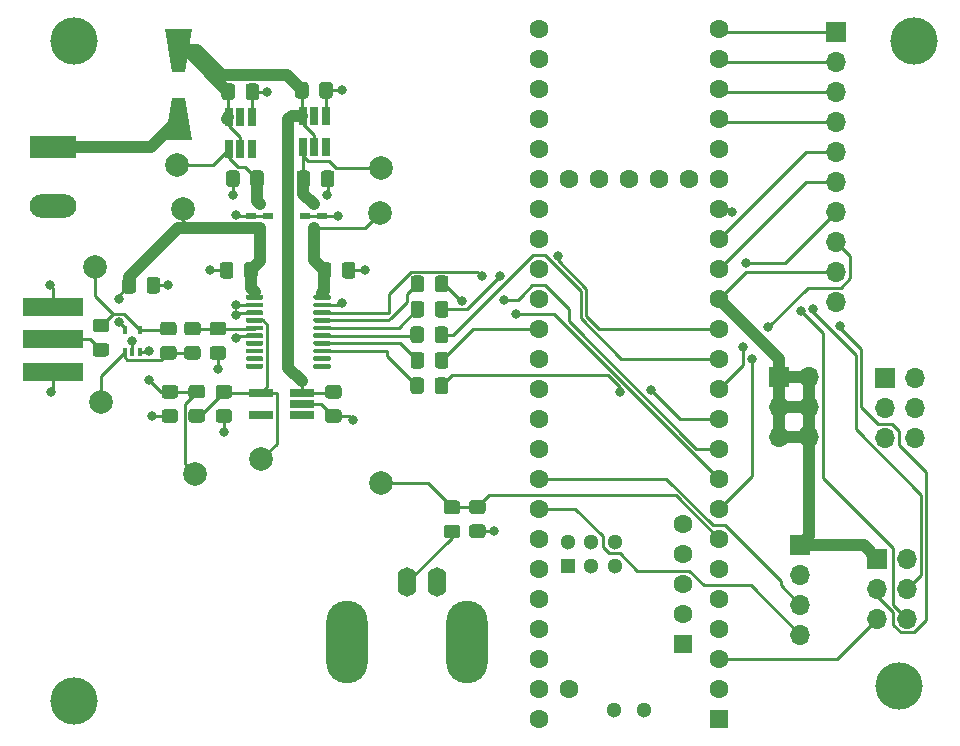
<source format=gbr>
%TF.GenerationSoftware,KiCad,Pcbnew,(5.1.6-0-10_14)*%
%TF.CreationDate,2021-01-13T17:54:44-08:00*%
%TF.ProjectId,MCP35461DevBoard,4d435033-3534-4363-9144-6576426f6172,rev?*%
%TF.SameCoordinates,Original*%
%TF.FileFunction,Copper,L1,Top*%
%TF.FilePolarity,Positive*%
%FSLAX46Y46*%
G04 Gerber Fmt 4.6, Leading zero omitted, Abs format (unit mm)*
G04 Created by KiCad (PCBNEW (5.1.6-0-10_14)) date 2021-01-13 17:54:44*
%MOMM*%
%LPD*%
G01*
G04 APERTURE LIST*
%TA.AperFunction,ComponentPad*%
%ADD10C,2.000000*%
%TD*%
%TA.AperFunction,ComponentPad*%
%ADD11O,3.500000X7.000000*%
%TD*%
%TA.AperFunction,ComponentPad*%
%ADD12O,1.600000X2.500000*%
%TD*%
%TA.AperFunction,ComponentPad*%
%ADD13O,3.960000X1.980000*%
%TD*%
%TA.AperFunction,ComponentPad*%
%ADD14R,3.960000X1.980000*%
%TD*%
%TA.AperFunction,ComponentPad*%
%ADD15C,1.300000*%
%TD*%
%TA.AperFunction,ComponentPad*%
%ADD16C,1.600000*%
%TD*%
%TA.AperFunction,ComponentPad*%
%ADD17R,1.300000X1.300000*%
%TD*%
%TA.AperFunction,ComponentPad*%
%ADD18R,1.600000X1.600000*%
%TD*%
%TA.AperFunction,SMDPad,CuDef*%
%ADD19R,0.650000X1.560000*%
%TD*%
%TA.AperFunction,SMDPad,CuDef*%
%ADD20R,2.000000X0.650000*%
%TD*%
%TA.AperFunction,SMDPad,CuDef*%
%ADD21R,0.400000X0.650000*%
%TD*%
%TA.AperFunction,ComponentPad*%
%ADD22O,1.700000X1.700000*%
%TD*%
%TA.AperFunction,ComponentPad*%
%ADD23R,1.700000X1.700000*%
%TD*%
%TA.AperFunction,SMDPad,CuDef*%
%ADD24R,5.080000X1.600000*%
%TD*%
%TA.AperFunction,ComponentPad*%
%ADD25C,4.000000*%
%TD*%
%TA.AperFunction,SMDPad,CuDef*%
%ADD26R,0.850000X0.600000*%
%TD*%
%TA.AperFunction,SMDPad,CuDef*%
%ADD27R,0.800000X0.800000*%
%TD*%
%TA.AperFunction,SMDPad,CuDef*%
%ADD28C,0.100000*%
%TD*%
%TA.AperFunction,ViaPad*%
%ADD29C,0.800000*%
%TD*%
%TA.AperFunction,Conductor*%
%ADD30C,0.250000*%
%TD*%
%TA.AperFunction,Conductor*%
%ADD31C,1.000000*%
%TD*%
G04 APERTURE END LIST*
D10*
%TO.P,TP9,1*%
%TO.N,/EXT_SYNC*%
X122555000Y-76835000D03*
%TD*%
D11*
%TO.P,J2,2*%
%TO.N,GND*%
X119684800Y-90271600D03*
D12*
%TO.P,J2,1*%
%TO.N,/EXT_SYNCI*%
X124764800Y-85191600D03*
D11*
%TO.P,J2,2*%
%TO.N,GND*%
X129844800Y-90271600D03*
D12*
X127304800Y-85191600D03*
%TD*%
D13*
%TO.P,J8,2*%
%TO.N,GND*%
X94742000Y-53340000D03*
D14*
%TO.P,J8,1*%
%TO.N,Net-(D1-Pad1)*%
X94742000Y-48340000D03*
%TD*%
%TO.P,R12,2*%
%TO.N,/~CS_A*%
%TA.AperFunction,SMDPad,CuDef*%
G36*
G01*
X126169000Y-68129999D02*
X126169000Y-69030001D01*
G75*
G02*
X125919001Y-69280000I-249999J0D01*
G01*
X125268999Y-69280000D01*
G75*
G02*
X125019000Y-69030001I0J249999D01*
G01*
X125019000Y-68129999D01*
G75*
G02*
X125268999Y-67880000I249999J0D01*
G01*
X125919001Y-67880000D01*
G75*
G02*
X126169000Y-68129999I0J-249999D01*
G01*
G37*
%TD.AperFunction*%
%TO.P,R12,1*%
%TO.N,/~CS*%
%TA.AperFunction,SMDPad,CuDef*%
G36*
G01*
X128219000Y-68129999D02*
X128219000Y-69030001D01*
G75*
G02*
X127969001Y-69280000I-249999J0D01*
G01*
X127318999Y-69280000D01*
G75*
G02*
X127069000Y-69030001I0J249999D01*
G01*
X127069000Y-68129999D01*
G75*
G02*
X127318999Y-67880000I249999J0D01*
G01*
X127969001Y-67880000D01*
G75*
G02*
X128219000Y-68129999I0J-249999D01*
G01*
G37*
%TD.AperFunction*%
%TD*%
%TO.P,C10,2*%
%TO.N,GND*%
%TA.AperFunction,SMDPad,CuDef*%
G36*
G01*
X102676000Y-60521001D02*
X102676000Y-59620999D01*
G75*
G02*
X102925999Y-59371000I249999J0D01*
G01*
X103576001Y-59371000D01*
G75*
G02*
X103826000Y-59620999I0J-249999D01*
G01*
X103826000Y-60521001D01*
G75*
G02*
X103576001Y-60771000I-249999J0D01*
G01*
X102925999Y-60771000D01*
G75*
G02*
X102676000Y-60521001I0J249999D01*
G01*
G37*
%TD.AperFunction*%
%TO.P,C10,1*%
%TO.N,/AVDD*%
%TA.AperFunction,SMDPad,CuDef*%
G36*
G01*
X100626000Y-60521001D02*
X100626000Y-59620999D01*
G75*
G02*
X100875999Y-59371000I249999J0D01*
G01*
X101526001Y-59371000D01*
G75*
G02*
X101776000Y-59620999I0J-249999D01*
G01*
X101776000Y-60521001D01*
G75*
G02*
X101526001Y-60771000I-249999J0D01*
G01*
X100875999Y-60771000D01*
G75*
G02*
X100626000Y-60521001I0J249999D01*
G01*
G37*
%TD.AperFunction*%
%TD*%
%TO.P,U7,20*%
%TO.N,/DVDD*%
%TA.AperFunction,SMDPad,CuDef*%
G36*
G01*
X116806000Y-61183000D02*
X116806000Y-60983000D01*
G75*
G02*
X116906000Y-60883000I100000J0D01*
G01*
X118181000Y-60883000D01*
G75*
G02*
X118281000Y-60983000I0J-100000D01*
G01*
X118281000Y-61183000D01*
G75*
G02*
X118181000Y-61283000I-100000J0D01*
G01*
X116906000Y-61283000D01*
G75*
G02*
X116806000Y-61183000I0J100000D01*
G01*
G37*
%TD.AperFunction*%
%TO.P,U7,19*%
%TO.N,GND*%
%TA.AperFunction,SMDPad,CuDef*%
G36*
G01*
X116806000Y-61833000D02*
X116806000Y-61633000D01*
G75*
G02*
X116906000Y-61533000I100000J0D01*
G01*
X118181000Y-61533000D01*
G75*
G02*
X118281000Y-61633000I0J-100000D01*
G01*
X118281000Y-61833000D01*
G75*
G02*
X118181000Y-61933000I-100000J0D01*
G01*
X116906000Y-61933000D01*
G75*
G02*
X116806000Y-61833000I0J100000D01*
G01*
G37*
%TD.AperFunction*%
%TO.P,U7,18*%
%TO.N,/MCLK*%
%TA.AperFunction,SMDPad,CuDef*%
G36*
G01*
X116806000Y-62483000D02*
X116806000Y-62283000D01*
G75*
G02*
X116906000Y-62183000I100000J0D01*
G01*
X118181000Y-62183000D01*
G75*
G02*
X118281000Y-62283000I0J-100000D01*
G01*
X118281000Y-62483000D01*
G75*
G02*
X118181000Y-62583000I-100000J0D01*
G01*
X116906000Y-62583000D01*
G75*
G02*
X116806000Y-62483000I0J100000D01*
G01*
G37*
%TD.AperFunction*%
%TO.P,U7,17*%
%TO.N,/~IRQ_A*%
%TA.AperFunction,SMDPad,CuDef*%
G36*
G01*
X116806000Y-63133000D02*
X116806000Y-62933000D01*
G75*
G02*
X116906000Y-62833000I100000J0D01*
G01*
X118181000Y-62833000D01*
G75*
G02*
X118281000Y-62933000I0J-100000D01*
G01*
X118281000Y-63133000D01*
G75*
G02*
X118181000Y-63233000I-100000J0D01*
G01*
X116906000Y-63233000D01*
G75*
G02*
X116806000Y-63133000I0J100000D01*
G01*
G37*
%TD.AperFunction*%
%TO.P,U7,16*%
%TO.N,/SDO*%
%TA.AperFunction,SMDPad,CuDef*%
G36*
G01*
X116806000Y-63783000D02*
X116806000Y-63583000D01*
G75*
G02*
X116906000Y-63483000I100000J0D01*
G01*
X118181000Y-63483000D01*
G75*
G02*
X118281000Y-63583000I0J-100000D01*
G01*
X118281000Y-63783000D01*
G75*
G02*
X118181000Y-63883000I-100000J0D01*
G01*
X116906000Y-63883000D01*
G75*
G02*
X116806000Y-63783000I0J100000D01*
G01*
G37*
%TD.AperFunction*%
%TO.P,U7,15*%
%TO.N,/SDI*%
%TA.AperFunction,SMDPad,CuDef*%
G36*
G01*
X116806000Y-64433000D02*
X116806000Y-64233000D01*
G75*
G02*
X116906000Y-64133000I100000J0D01*
G01*
X118181000Y-64133000D01*
G75*
G02*
X118281000Y-64233000I0J-100000D01*
G01*
X118281000Y-64433000D01*
G75*
G02*
X118181000Y-64533000I-100000J0D01*
G01*
X116906000Y-64533000D01*
G75*
G02*
X116806000Y-64433000I0J100000D01*
G01*
G37*
%TD.AperFunction*%
%TO.P,U7,14*%
%TO.N,/SCK_A*%
%TA.AperFunction,SMDPad,CuDef*%
G36*
G01*
X116806000Y-65083000D02*
X116806000Y-64883000D01*
G75*
G02*
X116906000Y-64783000I100000J0D01*
G01*
X118181000Y-64783000D01*
G75*
G02*
X118281000Y-64883000I0J-100000D01*
G01*
X118281000Y-65083000D01*
G75*
G02*
X118181000Y-65183000I-100000J0D01*
G01*
X116906000Y-65183000D01*
G75*
G02*
X116806000Y-65083000I0J100000D01*
G01*
G37*
%TD.AperFunction*%
%TO.P,U7,13*%
%TO.N,/~CS_A*%
%TA.AperFunction,SMDPad,CuDef*%
G36*
G01*
X116806000Y-65733000D02*
X116806000Y-65533000D01*
G75*
G02*
X116906000Y-65433000I100000J0D01*
G01*
X118181000Y-65433000D01*
G75*
G02*
X118281000Y-65533000I0J-100000D01*
G01*
X118281000Y-65733000D01*
G75*
G02*
X118181000Y-65833000I-100000J0D01*
G01*
X116906000Y-65833000D01*
G75*
G02*
X116806000Y-65733000I0J100000D01*
G01*
G37*
%TD.AperFunction*%
%TO.P,U7,12*%
%TO.N,Net-(U7-Pad12)*%
%TA.AperFunction,SMDPad,CuDef*%
G36*
G01*
X116806000Y-66383000D02*
X116806000Y-66183000D01*
G75*
G02*
X116906000Y-66083000I100000J0D01*
G01*
X118181000Y-66083000D01*
G75*
G02*
X118281000Y-66183000I0J-100000D01*
G01*
X118281000Y-66383000D01*
G75*
G02*
X118181000Y-66483000I-100000J0D01*
G01*
X116906000Y-66483000D01*
G75*
G02*
X116806000Y-66383000I0J100000D01*
G01*
G37*
%TD.AperFunction*%
%TO.P,U7,11*%
%TO.N,Net-(U7-Pad11)*%
%TA.AperFunction,SMDPad,CuDef*%
G36*
G01*
X116806000Y-67033000D02*
X116806000Y-66833000D01*
G75*
G02*
X116906000Y-66733000I100000J0D01*
G01*
X118181000Y-66733000D01*
G75*
G02*
X118281000Y-66833000I0J-100000D01*
G01*
X118281000Y-67033000D01*
G75*
G02*
X118181000Y-67133000I-100000J0D01*
G01*
X116906000Y-67133000D01*
G75*
G02*
X116806000Y-67033000I0J100000D01*
G01*
G37*
%TD.AperFunction*%
%TO.P,U7,10*%
%TO.N,Net-(U7-Pad10)*%
%TA.AperFunction,SMDPad,CuDef*%
G36*
G01*
X111081000Y-67033000D02*
X111081000Y-66833000D01*
G75*
G02*
X111181000Y-66733000I100000J0D01*
G01*
X112456000Y-66733000D01*
G75*
G02*
X112556000Y-66833000I0J-100000D01*
G01*
X112556000Y-67033000D01*
G75*
G02*
X112456000Y-67133000I-100000J0D01*
G01*
X111181000Y-67133000D01*
G75*
G02*
X111081000Y-67033000I0J100000D01*
G01*
G37*
%TD.AperFunction*%
%TO.P,U7,9*%
%TO.N,Net-(U7-Pad9)*%
%TA.AperFunction,SMDPad,CuDef*%
G36*
G01*
X111081000Y-66383000D02*
X111081000Y-66183000D01*
G75*
G02*
X111181000Y-66083000I100000J0D01*
G01*
X112456000Y-66083000D01*
G75*
G02*
X112556000Y-66183000I0J-100000D01*
G01*
X112556000Y-66383000D01*
G75*
G02*
X112456000Y-66483000I-100000J0D01*
G01*
X111181000Y-66483000D01*
G75*
G02*
X111081000Y-66383000I0J100000D01*
G01*
G37*
%TD.AperFunction*%
%TO.P,U7,8*%
%TO.N,Net-(U7-Pad8)*%
%TA.AperFunction,SMDPad,CuDef*%
G36*
G01*
X111081000Y-65733000D02*
X111081000Y-65533000D01*
G75*
G02*
X111181000Y-65433000I100000J0D01*
G01*
X112456000Y-65433000D01*
G75*
G02*
X112556000Y-65533000I0J-100000D01*
G01*
X112556000Y-65733000D01*
G75*
G02*
X112456000Y-65833000I-100000J0D01*
G01*
X111181000Y-65833000D01*
G75*
G02*
X111081000Y-65733000I0J100000D01*
G01*
G37*
%TD.AperFunction*%
%TO.P,U7,7*%
%TO.N,Net-(U7-Pad7)*%
%TA.AperFunction,SMDPad,CuDef*%
G36*
G01*
X111081000Y-65083000D02*
X111081000Y-64883000D01*
G75*
G02*
X111181000Y-64783000I100000J0D01*
G01*
X112456000Y-64783000D01*
G75*
G02*
X112556000Y-64883000I0J-100000D01*
G01*
X112556000Y-65083000D01*
G75*
G02*
X112456000Y-65183000I-100000J0D01*
G01*
X111181000Y-65183000D01*
G75*
G02*
X111081000Y-65083000I0J100000D01*
G01*
G37*
%TD.AperFunction*%
%TO.P,U7,6*%
%TO.N,GND*%
%TA.AperFunction,SMDPad,CuDef*%
G36*
G01*
X111081000Y-64433000D02*
X111081000Y-64233000D01*
G75*
G02*
X111181000Y-64133000I100000J0D01*
G01*
X112456000Y-64133000D01*
G75*
G02*
X112556000Y-64233000I0J-100000D01*
G01*
X112556000Y-64433000D01*
G75*
G02*
X112456000Y-64533000I-100000J0D01*
G01*
X111181000Y-64533000D01*
G75*
G02*
X111081000Y-64433000I0J100000D01*
G01*
G37*
%TD.AperFunction*%
%TO.P,U7,5*%
%TO.N,/VADC_F*%
%TA.AperFunction,SMDPad,CuDef*%
G36*
G01*
X111081000Y-63783000D02*
X111081000Y-63583000D01*
G75*
G02*
X111181000Y-63483000I100000J0D01*
G01*
X112456000Y-63483000D01*
G75*
G02*
X112556000Y-63583000I0J-100000D01*
G01*
X112556000Y-63783000D01*
G75*
G02*
X112456000Y-63883000I-100000J0D01*
G01*
X111181000Y-63883000D01*
G75*
G02*
X111081000Y-63783000I0J100000D01*
G01*
G37*
%TD.AperFunction*%
%TO.P,U7,4*%
%TO.N,/VREF*%
%TA.AperFunction,SMDPad,CuDef*%
G36*
G01*
X111081000Y-63133000D02*
X111081000Y-62933000D01*
G75*
G02*
X111181000Y-62833000I100000J0D01*
G01*
X112456000Y-62833000D01*
G75*
G02*
X112556000Y-62933000I0J-100000D01*
G01*
X112556000Y-63133000D01*
G75*
G02*
X112456000Y-63233000I-100000J0D01*
G01*
X111181000Y-63233000D01*
G75*
G02*
X111081000Y-63133000I0J100000D01*
G01*
G37*
%TD.AperFunction*%
%TO.P,U7,3*%
%TO.N,GND*%
%TA.AperFunction,SMDPad,CuDef*%
G36*
G01*
X111081000Y-62483000D02*
X111081000Y-62283000D01*
G75*
G02*
X111181000Y-62183000I100000J0D01*
G01*
X112456000Y-62183000D01*
G75*
G02*
X112556000Y-62283000I0J-100000D01*
G01*
X112556000Y-62483000D01*
G75*
G02*
X112456000Y-62583000I-100000J0D01*
G01*
X111181000Y-62583000D01*
G75*
G02*
X111081000Y-62483000I0J100000D01*
G01*
G37*
%TD.AperFunction*%
%TO.P,U7,2*%
%TA.AperFunction,SMDPad,CuDef*%
G36*
G01*
X111081000Y-61833000D02*
X111081000Y-61633000D01*
G75*
G02*
X111181000Y-61533000I100000J0D01*
G01*
X112456000Y-61533000D01*
G75*
G02*
X112556000Y-61633000I0J-100000D01*
G01*
X112556000Y-61833000D01*
G75*
G02*
X112456000Y-61933000I-100000J0D01*
G01*
X111181000Y-61933000D01*
G75*
G02*
X111081000Y-61833000I0J100000D01*
G01*
G37*
%TD.AperFunction*%
%TO.P,U7,1*%
%TO.N,/AVDD*%
%TA.AperFunction,SMDPad,CuDef*%
G36*
G01*
X111081000Y-61183000D02*
X111081000Y-60983000D01*
G75*
G02*
X111181000Y-60883000I100000J0D01*
G01*
X112456000Y-60883000D01*
G75*
G02*
X112556000Y-60983000I0J-100000D01*
G01*
X112556000Y-61183000D01*
G75*
G02*
X112456000Y-61283000I-100000J0D01*
G01*
X111181000Y-61283000D01*
G75*
G02*
X111081000Y-61183000I0J100000D01*
G01*
G37*
%TD.AperFunction*%
%TD*%
D15*
%TO.P,U8,67*%
%TO.N,Net-(U8-Pad67)*%
X142240000Y-96044000D03*
%TO.P,U8,66*%
%TO.N,Net-(U8-Pad66)*%
X144780000Y-96044000D03*
D16*
%TO.P,U8,54*%
%TO.N,Net-(U8-Pad54)*%
X138430000Y-51054000D03*
%TO.P,U8,53*%
%TO.N,Net-(U8-Pad53)*%
X140970000Y-51054000D03*
%TO.P,U8,52*%
%TO.N,Net-(U8-Pad52)*%
X143510000Y-51054000D03*
%TO.P,U8,51*%
%TO.N,Net-(U8-Pad51)*%
X146050000Y-51054000D03*
%TO.P,U8,50*%
%TO.N,Net-(U8-Pad50)*%
X148590000Y-51054000D03*
D15*
%TO.P,U8,62*%
%TO.N,Net-(U8-Pad62)*%
X142328400Y-83804000D03*
%TO.P,U8,63*%
%TO.N,Net-(U8-Pad63)*%
X142328400Y-81804000D03*
%TO.P,U8,64*%
%TO.N,Net-(U8-Pad64)*%
X140328400Y-81804000D03*
%TO.P,U8,61*%
%TO.N,Net-(U8-Pad61)*%
X140328400Y-83804000D03*
%TO.P,U8,65*%
%TO.N,Net-(U8-Pad65)*%
X138328400Y-81804000D03*
D17*
%TO.P,U8,60*%
%TO.N,Net-(U8-Pad60)*%
X138328400Y-83804000D03*
D16*
%TO.P,U8,17*%
%TO.N,/MC5*%
X151130000Y-56134000D03*
%TO.P,U8,18*%
%TO.N,/MOSI1*%
X151130000Y-53594000D03*
%TO.P,U8,19*%
%TO.N,/SCK1*%
X151130000Y-51054000D03*
%TO.P,U8,20*%
%TO.N,/CS1*%
X151130000Y-48514000D03*
%TO.P,U8,16*%
%TO.N,/MC6*%
X151130000Y-58674000D03*
%TO.P,U8,15*%
%TO.N,/3V3*%
X151130000Y-61214000D03*
%TO.P,U8,14*%
%TO.N,/MISO*%
X151130000Y-63754000D03*
%TO.P,U8,21*%
%TO.N,/MC4*%
X151130000Y-45974000D03*
%TO.P,U8,22*%
%TO.N,/MC3*%
X151130000Y-43434000D03*
%TO.P,U8,23*%
%TO.N,/MC2*%
X151130000Y-40894000D03*
%TO.P,U8,24*%
%TO.N,/MC1*%
X151130000Y-38354000D03*
%TO.P,U8,25*%
%TO.N,Net-(U8-Pad25)*%
X135890000Y-38354000D03*
%TO.P,U8,26*%
%TO.N,Net-(U8-Pad26)*%
X135890000Y-40894000D03*
%TO.P,U8,27*%
%TO.N,Net-(U8-Pad27)*%
X135890000Y-43434000D03*
%TO.P,U8,28*%
%TO.N,Net-(U8-Pad28)*%
X135890000Y-45974000D03*
%TO.P,U8,29*%
%TO.N,Net-(U8-Pad29)*%
X135890000Y-48514000D03*
%TO.P,U8,30*%
%TO.N,Net-(U8-Pad30)*%
X135890000Y-51054000D03*
%TO.P,U8,31*%
%TO.N,Net-(U8-Pad31)*%
X135890000Y-53594000D03*
%TO.P,U8,32*%
%TO.N,Net-(U8-Pad32)*%
X135890000Y-56134000D03*
%TO.P,U8,33*%
%TO.N,Net-(U8-Pad33)*%
X135890000Y-58674000D03*
%TO.P,U8,34*%
%TO.N,Net-(U8-Pad34)*%
X135890000Y-61214000D03*
%TO.P,U8,13*%
%TO.N,/MOSI*%
X151130000Y-66294000D03*
%TO.P,U8,12*%
%TO.N,/MC7*%
X151130000Y-68834000D03*
%TO.P,U8,11*%
%TO.N,/~CS*%
X151130000Y-71374000D03*
%TO.P,U8,10*%
%TO.N,/~IRQ*%
X151130000Y-73914000D03*
%TO.P,U8,9*%
%TO.N,/MCLK*%
X151130000Y-76454000D03*
%TO.P,U8,8*%
%TO.N,/MC8*%
X151130000Y-78994000D03*
%TO.P,U8,7*%
%TO.N,/EXT_SYNC*%
X151130000Y-81534000D03*
%TO.P,U8,6*%
%TO.N,Net-(U8-Pad6)*%
X151130000Y-84074000D03*
%TO.P,U8,5*%
%TO.N,Net-(U8-Pad5)*%
X151130000Y-86614000D03*
%TO.P,U8,4*%
%TO.N,Net-(U8-Pad4)*%
X151130000Y-89154000D03*
%TO.P,U8,3*%
%TO.N,/MISO1*%
X151130000Y-91694000D03*
%TO.P,U8,2*%
%TO.N,Net-(U8-Pad2)*%
X151130000Y-94234000D03*
D18*
%TO.P,U8,1*%
%TO.N,GND*%
X151130000Y-96774000D03*
D16*
%TO.P,U8,35*%
%TO.N,/SCK*%
X135890000Y-63754000D03*
%TO.P,U8,36*%
%TO.N,Net-(U8-Pad36)*%
X135890000Y-66294000D03*
%TO.P,U8,37*%
%TO.N,Net-(U8-Pad37)*%
X135890000Y-68834000D03*
%TO.P,U8,38*%
%TO.N,Net-(U8-Pad38)*%
X135890000Y-71374000D03*
%TO.P,U8,39*%
%TO.N,Net-(U8-Pad39)*%
X135890000Y-73914000D03*
%TO.P,U8,40*%
%TO.N,/SDA*%
X135890000Y-76454000D03*
%TO.P,U8,41*%
%TO.N,/SCL*%
X135890000Y-78994000D03*
%TO.P,U8,42*%
%TO.N,Net-(U8-Pad42)*%
X135890000Y-81534000D03*
%TO.P,U8,43*%
%TO.N,Net-(U8-Pad43)*%
X135890000Y-84074000D03*
%TO.P,U8,44*%
%TO.N,Net-(U8-Pad44)*%
X135890000Y-86614000D03*
%TO.P,U8,45*%
%TO.N,Net-(U8-Pad45)*%
X135890000Y-89154000D03*
%TO.P,U8,46*%
%TO.N,Net-(U8-Pad46)*%
X135890000Y-91694000D03*
%TO.P,U8,47*%
%TO.N,Net-(U8-Pad47)*%
X135890000Y-94234000D03*
%TO.P,U8,48*%
%TO.N,Net-(U8-Pad48)*%
X135890000Y-96774000D03*
D18*
%TO.P,U8,55*%
%TO.N,Net-(U8-Pad55)*%
X148079200Y-90474800D03*
D16*
%TO.P,U8,56*%
%TO.N,Net-(U8-Pad56)*%
X148079200Y-87934800D03*
%TO.P,U8,57*%
%TO.N,Net-(U8-Pad57)*%
X148079200Y-85394800D03*
%TO.P,U8,58*%
%TO.N,Net-(U8-Pad58)*%
X148079200Y-82854800D03*
%TO.P,U8,59*%
%TO.N,Net-(U8-Pad59)*%
X148079200Y-80314800D03*
%TO.P,U8,49*%
%TO.N,Net-(U8-Pad49)*%
X138430000Y-94234000D03*
%TD*%
D19*
%TO.P,U6,5*%
%TO.N,Net-(U6-Pad5)*%
X116887000Y-45706000D03*
%TO.P,U6,6*%
%TO.N,+7.5V*%
X115937000Y-45706000D03*
%TO.P,U6,4*%
%TO.N,GND*%
X117837000Y-45706000D03*
%TO.P,U6,3*%
%TO.N,Net-(U6-Pad3)*%
X117837000Y-48406000D03*
%TO.P,U6,2*%
%TO.N,+7.5V*%
X116887000Y-48406000D03*
%TO.P,U6,1*%
%TO.N,/DVDD_U*%
X115937000Y-48406000D03*
%TD*%
%TO.P,U5,5*%
%TO.N,Net-(U5-Pad5)*%
X110617000Y-45847000D03*
%TO.P,U5,6*%
%TO.N,+7.5V*%
X109667000Y-45847000D03*
%TO.P,U5,4*%
%TO.N,GND*%
X111567000Y-45847000D03*
%TO.P,U5,3*%
%TO.N,Net-(U5-Pad3)*%
X111567000Y-48547000D03*
%TO.P,U5,2*%
%TO.N,+7.5V*%
X110617000Y-48547000D03*
%TO.P,U5,1*%
%TO.N,/AVDD_U*%
X109667000Y-48547000D03*
%TD*%
D20*
%TO.P,U4,5*%
%TO.N,Net-(U4-Pad5)*%
X112404000Y-71054000D03*
%TO.P,U4,4*%
%TO.N,/VREF*%
X112404000Y-69154000D03*
%TO.P,U4,3*%
%TO.N,+7.5V*%
X115824000Y-69154000D03*
%TO.P,U4,2*%
%TO.N,GND*%
X115824000Y-70104000D03*
%TO.P,U4,1*%
%TO.N,Net-(U4-Pad1)*%
X115824000Y-71054000D03*
%TD*%
D21*
%TO.P,U3,5*%
%TO.N,/AVDD*%
X100823000Y-63820000D03*
%TO.P,U3,4*%
%TO.N,/VIN*%
X102123000Y-63820000D03*
%TO.P,U3,2*%
%TO.N,GND*%
X101473000Y-65720000D03*
%TO.P,U3,3*%
%TO.N,/VOS*%
X102123000Y-65720000D03*
%TO.P,U3,1*%
%TO.N,/VADC*%
X100823000Y-65720000D03*
%TD*%
D10*
%TO.P,TP8,1*%
%TO.N,/DVDD*%
X122428000Y-53975000D03*
%TD*%
%TO.P,TP7,1*%
%TO.N,/AVDD*%
X105791000Y-53594000D03*
%TD*%
%TO.P,TP6,1*%
%TO.N,/DVDD_U*%
X122555000Y-50165000D03*
%TD*%
%TO.P,TP5,1*%
%TO.N,/AVDD_U*%
X105283000Y-49911000D03*
%TD*%
%TO.P,TP4,1*%
%TO.N,/VREF*%
X112395000Y-74803000D03*
%TD*%
%TO.P,TP3,1*%
%TO.N,/VADC*%
X98806000Y-69977000D03*
%TD*%
%TO.P,TP2,1*%
%TO.N,/VIN*%
X98298000Y-58547000D03*
%TD*%
%TO.P,TP1,1*%
%TO.N,/VOS*%
X106807000Y-76073000D03*
%TD*%
%TO.P,R11,2*%
%TO.N,/~IRQ_A*%
%TA.AperFunction,SMDPad,CuDef*%
G36*
G01*
X126178000Y-59493999D02*
X126178000Y-60394001D01*
G75*
G02*
X125928001Y-60644000I-249999J0D01*
G01*
X125277999Y-60644000D01*
G75*
G02*
X125028000Y-60394001I0J249999D01*
G01*
X125028000Y-59493999D01*
G75*
G02*
X125277999Y-59244000I249999J0D01*
G01*
X125928001Y-59244000D01*
G75*
G02*
X126178000Y-59493999I0J-249999D01*
G01*
G37*
%TD.AperFunction*%
%TO.P,R11,1*%
%TO.N,/~IRQ*%
%TA.AperFunction,SMDPad,CuDef*%
G36*
G01*
X128228000Y-59493999D02*
X128228000Y-60394001D01*
G75*
G02*
X127978001Y-60644000I-249999J0D01*
G01*
X127327999Y-60644000D01*
G75*
G02*
X127078000Y-60394001I0J249999D01*
G01*
X127078000Y-59493999D01*
G75*
G02*
X127327999Y-59244000I249999J0D01*
G01*
X127978001Y-59244000D01*
G75*
G02*
X128228000Y-59493999I0J-249999D01*
G01*
G37*
%TD.AperFunction*%
%TD*%
%TO.P,R10,2*%
%TO.N,/SDO*%
%TA.AperFunction,SMDPad,CuDef*%
G36*
G01*
X126178000Y-61652999D02*
X126178000Y-62553001D01*
G75*
G02*
X125928001Y-62803000I-249999J0D01*
G01*
X125277999Y-62803000D01*
G75*
G02*
X125028000Y-62553001I0J249999D01*
G01*
X125028000Y-61652999D01*
G75*
G02*
X125277999Y-61403000I249999J0D01*
G01*
X125928001Y-61403000D01*
G75*
G02*
X126178000Y-61652999I0J-249999D01*
G01*
G37*
%TD.AperFunction*%
%TO.P,R10,1*%
%TO.N,/MISO*%
%TA.AperFunction,SMDPad,CuDef*%
G36*
G01*
X128228000Y-61652999D02*
X128228000Y-62553001D01*
G75*
G02*
X127978001Y-62803000I-249999J0D01*
G01*
X127327999Y-62803000D01*
G75*
G02*
X127078000Y-62553001I0J249999D01*
G01*
X127078000Y-61652999D01*
G75*
G02*
X127327999Y-61403000I249999J0D01*
G01*
X127978001Y-61403000D01*
G75*
G02*
X128228000Y-61652999I0J-249999D01*
G01*
G37*
%TD.AperFunction*%
%TD*%
%TO.P,R9,2*%
%TO.N,/SDI*%
%TA.AperFunction,SMDPad,CuDef*%
G36*
G01*
X126160000Y-63811999D02*
X126160000Y-64712001D01*
G75*
G02*
X125910001Y-64962000I-249999J0D01*
G01*
X125259999Y-64962000D01*
G75*
G02*
X125010000Y-64712001I0J249999D01*
G01*
X125010000Y-63811999D01*
G75*
G02*
X125259999Y-63562000I249999J0D01*
G01*
X125910001Y-63562000D01*
G75*
G02*
X126160000Y-63811999I0J-249999D01*
G01*
G37*
%TD.AperFunction*%
%TO.P,R9,1*%
%TO.N,/MOSI*%
%TA.AperFunction,SMDPad,CuDef*%
G36*
G01*
X128210000Y-63811999D02*
X128210000Y-64712001D01*
G75*
G02*
X127960001Y-64962000I-249999J0D01*
G01*
X127309999Y-64962000D01*
G75*
G02*
X127060000Y-64712001I0J249999D01*
G01*
X127060000Y-63811999D01*
G75*
G02*
X127309999Y-63562000I249999J0D01*
G01*
X127960001Y-63562000D01*
G75*
G02*
X128210000Y-63811999I0J-249999D01*
G01*
G37*
%TD.AperFunction*%
%TD*%
%TO.P,R8,2*%
%TO.N,/SCK_A*%
%TA.AperFunction,SMDPad,CuDef*%
G36*
G01*
X126178000Y-65970999D02*
X126178000Y-66871001D01*
G75*
G02*
X125928001Y-67121000I-249999J0D01*
G01*
X125277999Y-67121000D01*
G75*
G02*
X125028000Y-66871001I0J249999D01*
G01*
X125028000Y-65970999D01*
G75*
G02*
X125277999Y-65721000I249999J0D01*
G01*
X125928001Y-65721000D01*
G75*
G02*
X126178000Y-65970999I0J-249999D01*
G01*
G37*
%TD.AperFunction*%
%TO.P,R8,1*%
%TO.N,/SCK*%
%TA.AperFunction,SMDPad,CuDef*%
G36*
G01*
X128228000Y-65970999D02*
X128228000Y-66871001D01*
G75*
G02*
X127978001Y-67121000I-249999J0D01*
G01*
X127327999Y-67121000D01*
G75*
G02*
X127078000Y-66871001I0J249999D01*
G01*
X127078000Y-65970999D01*
G75*
G02*
X127327999Y-65721000I249999J0D01*
G01*
X127978001Y-65721000D01*
G75*
G02*
X128228000Y-65970999I0J-249999D01*
G01*
G37*
%TD.AperFunction*%
%TD*%
%TO.P,R7,2*%
%TO.N,/VADC*%
%TA.AperFunction,SMDPad,CuDef*%
G36*
G01*
X106102999Y-65211000D02*
X107003001Y-65211000D01*
G75*
G02*
X107253000Y-65460999I0J-249999D01*
G01*
X107253000Y-66111001D01*
G75*
G02*
X107003001Y-66361000I-249999J0D01*
G01*
X106102999Y-66361000D01*
G75*
G02*
X105853000Y-66111001I0J249999D01*
G01*
X105853000Y-65460999D01*
G75*
G02*
X106102999Y-65211000I249999J0D01*
G01*
G37*
%TD.AperFunction*%
%TO.P,R7,1*%
%TO.N,/VADC_F*%
%TA.AperFunction,SMDPad,CuDef*%
G36*
G01*
X106102999Y-63161000D02*
X107003001Y-63161000D01*
G75*
G02*
X107253000Y-63410999I0J-249999D01*
G01*
X107253000Y-64061001D01*
G75*
G02*
X107003001Y-64311000I-249999J0D01*
G01*
X106102999Y-64311000D01*
G75*
G02*
X105853000Y-64061001I0J249999D01*
G01*
X105853000Y-63410999D01*
G75*
G02*
X106102999Y-63161000I249999J0D01*
G01*
G37*
%TD.AperFunction*%
%TD*%
%TO.P,R6,2*%
%TO.N,GND*%
%TA.AperFunction,SMDPad,CuDef*%
G36*
G01*
X104197999Y-70563000D02*
X105098001Y-70563000D01*
G75*
G02*
X105348000Y-70812999I0J-249999D01*
G01*
X105348000Y-71463001D01*
G75*
G02*
X105098001Y-71713000I-249999J0D01*
G01*
X104197999Y-71713000D01*
G75*
G02*
X103948000Y-71463001I0J249999D01*
G01*
X103948000Y-70812999D01*
G75*
G02*
X104197999Y-70563000I249999J0D01*
G01*
G37*
%TD.AperFunction*%
%TO.P,R6,1*%
%TO.N,/VOS*%
%TA.AperFunction,SMDPad,CuDef*%
G36*
G01*
X104197999Y-68513000D02*
X105098001Y-68513000D01*
G75*
G02*
X105348000Y-68762999I0J-249999D01*
G01*
X105348000Y-69413001D01*
G75*
G02*
X105098001Y-69663000I-249999J0D01*
G01*
X104197999Y-69663000D01*
G75*
G02*
X103948000Y-69413001I0J249999D01*
G01*
X103948000Y-68762999D01*
G75*
G02*
X104197999Y-68513000I249999J0D01*
G01*
G37*
%TD.AperFunction*%
%TD*%
%TO.P,R5,2*%
%TO.N,/VOS*%
%TA.AperFunction,SMDPad,CuDef*%
G36*
G01*
X107375001Y-69654000D02*
X106474999Y-69654000D01*
G75*
G02*
X106225000Y-69404001I0J249999D01*
G01*
X106225000Y-68753999D01*
G75*
G02*
X106474999Y-68504000I249999J0D01*
G01*
X107375001Y-68504000D01*
G75*
G02*
X107625000Y-68753999I0J-249999D01*
G01*
X107625000Y-69404001D01*
G75*
G02*
X107375001Y-69654000I-249999J0D01*
G01*
G37*
%TD.AperFunction*%
%TO.P,R5,1*%
%TO.N,/VREF*%
%TA.AperFunction,SMDPad,CuDef*%
G36*
G01*
X107375001Y-71704000D02*
X106474999Y-71704000D01*
G75*
G02*
X106225000Y-71454001I0J249999D01*
G01*
X106225000Y-70803999D01*
G75*
G02*
X106474999Y-70554000I249999J0D01*
G01*
X107375001Y-70554000D01*
G75*
G02*
X107625000Y-70803999I0J-249999D01*
G01*
X107625000Y-71454001D01*
G75*
G02*
X107375001Y-71704000I-249999J0D01*
G01*
G37*
%TD.AperFunction*%
%TD*%
%TO.P,R4,2*%
%TO.N,/VIN*%
%TA.AperFunction,SMDPad,CuDef*%
G36*
G01*
X104962001Y-64320000D02*
X104061999Y-64320000D01*
G75*
G02*
X103812000Y-64070001I0J249999D01*
G01*
X103812000Y-63419999D01*
G75*
G02*
X104061999Y-63170000I249999J0D01*
G01*
X104962001Y-63170000D01*
G75*
G02*
X105212000Y-63419999I0J-249999D01*
G01*
X105212000Y-64070001D01*
G75*
G02*
X104962001Y-64320000I-249999J0D01*
G01*
G37*
%TD.AperFunction*%
%TO.P,R4,1*%
%TO.N,/VADC*%
%TA.AperFunction,SMDPad,CuDef*%
G36*
G01*
X104962001Y-66370000D02*
X104061999Y-66370000D01*
G75*
G02*
X103812000Y-66120001I0J249999D01*
G01*
X103812000Y-65469999D01*
G75*
G02*
X104061999Y-65220000I249999J0D01*
G01*
X104962001Y-65220000D01*
G75*
G02*
X105212000Y-65469999I0J-249999D01*
G01*
X105212000Y-66120001D01*
G75*
G02*
X104962001Y-66370000I-249999J0D01*
G01*
G37*
%TD.AperFunction*%
%TD*%
%TO.P,R3,2*%
%TO.N,GND*%
%TA.AperFunction,SMDPad,CuDef*%
G36*
G01*
X130232999Y-80324000D02*
X131133001Y-80324000D01*
G75*
G02*
X131383000Y-80573999I0J-249999D01*
G01*
X131383000Y-81224001D01*
G75*
G02*
X131133001Y-81474000I-249999J0D01*
G01*
X130232999Y-81474000D01*
G75*
G02*
X129983000Y-81224001I0J249999D01*
G01*
X129983000Y-80573999D01*
G75*
G02*
X130232999Y-80324000I249999J0D01*
G01*
G37*
%TD.AperFunction*%
%TO.P,R3,1*%
%TO.N,/EXT_SYNC*%
%TA.AperFunction,SMDPad,CuDef*%
G36*
G01*
X130232999Y-78274000D02*
X131133001Y-78274000D01*
G75*
G02*
X131383000Y-78523999I0J-249999D01*
G01*
X131383000Y-79174001D01*
G75*
G02*
X131133001Y-79424000I-249999J0D01*
G01*
X130232999Y-79424000D01*
G75*
G02*
X129983000Y-79174001I0J249999D01*
G01*
X129983000Y-78523999D01*
G75*
G02*
X130232999Y-78274000I249999J0D01*
G01*
G37*
%TD.AperFunction*%
%TD*%
%TO.P,R2,2*%
%TO.N,/EXT_SYNC*%
%TA.AperFunction,SMDPad,CuDef*%
G36*
G01*
X128974001Y-79442000D02*
X128073999Y-79442000D01*
G75*
G02*
X127824000Y-79192001I0J249999D01*
G01*
X127824000Y-78541999D01*
G75*
G02*
X128073999Y-78292000I249999J0D01*
G01*
X128974001Y-78292000D01*
G75*
G02*
X129224000Y-78541999I0J-249999D01*
G01*
X129224000Y-79192001D01*
G75*
G02*
X128974001Y-79442000I-249999J0D01*
G01*
G37*
%TD.AperFunction*%
%TO.P,R2,1*%
%TO.N,/EXT_SYNCI*%
%TA.AperFunction,SMDPad,CuDef*%
G36*
G01*
X128974001Y-81492000D02*
X128073999Y-81492000D01*
G75*
G02*
X127824000Y-81242001I0J249999D01*
G01*
X127824000Y-80591999D01*
G75*
G02*
X128073999Y-80342000I249999J0D01*
G01*
X128974001Y-80342000D01*
G75*
G02*
X129224000Y-80591999I0J-249999D01*
G01*
X129224000Y-81242001D01*
G75*
G02*
X128974001Y-81492000I-249999J0D01*
G01*
G37*
%TD.AperFunction*%
%TD*%
%TO.P,R1,2*%
%TO.N,Net-(J1-Pad1)*%
%TA.AperFunction,SMDPad,CuDef*%
G36*
G01*
X98355999Y-64957000D02*
X99256001Y-64957000D01*
G75*
G02*
X99506000Y-65206999I0J-249999D01*
G01*
X99506000Y-65857001D01*
G75*
G02*
X99256001Y-66107000I-249999J0D01*
G01*
X98355999Y-66107000D01*
G75*
G02*
X98106000Y-65857001I0J249999D01*
G01*
X98106000Y-65206999D01*
G75*
G02*
X98355999Y-64957000I249999J0D01*
G01*
G37*
%TD.AperFunction*%
%TO.P,R1,1*%
%TO.N,/VIN*%
%TA.AperFunction,SMDPad,CuDef*%
G36*
G01*
X98355999Y-62907000D02*
X99256001Y-62907000D01*
G75*
G02*
X99506000Y-63156999I0J-249999D01*
G01*
X99506000Y-63807001D01*
G75*
G02*
X99256001Y-64057000I-249999J0D01*
G01*
X98355999Y-64057000D01*
G75*
G02*
X98106000Y-63807001I0J249999D01*
G01*
X98106000Y-63156999D01*
G75*
G02*
X98355999Y-62907000I249999J0D01*
G01*
G37*
%TD.AperFunction*%
%TD*%
D22*
%TO.P,J7,10*%
%TO.N,GND*%
X161086800Y-61468000D03*
%TO.P,J7,9*%
%TO.N,/3V3*%
X161086800Y-58928000D03*
%TO.P,J7,8*%
%TO.N,/MC8*%
X161086800Y-56388000D03*
%TO.P,J7,7*%
%TO.N,/MC7*%
X161086800Y-53848000D03*
%TO.P,J7,6*%
%TO.N,/MC6*%
X161086800Y-51308000D03*
%TO.P,J7,5*%
%TO.N,/MC5*%
X161086800Y-48768000D03*
%TO.P,J7,4*%
%TO.N,/MC4*%
X161086800Y-46228000D03*
%TO.P,J7,3*%
%TO.N,/MC3*%
X161086800Y-43688000D03*
%TO.P,J7,2*%
%TO.N,/MC2*%
X161086800Y-41148000D03*
D23*
%TO.P,J7,1*%
%TO.N,/MC1*%
X161086800Y-38608000D03*
%TD*%
D22*
%TO.P,J6,6*%
%TO.N,/MOSI1*%
X167081200Y-88290400D03*
%TO.P,J6,5*%
%TO.N,/MISO1*%
X164541200Y-88290400D03*
%TO.P,J6,4*%
%TO.N,/SCK1*%
X167081200Y-85750400D03*
%TO.P,J6,3*%
%TO.N,/CS1*%
X164541200Y-85750400D03*
%TO.P,J6,2*%
%TO.N,GND*%
X167081200Y-83210400D03*
D23*
%TO.P,J6,1*%
%TO.N,/3V3*%
X164541200Y-83210400D03*
%TD*%
D22*
%TO.P,J5,4*%
%TO.N,/SCL*%
X158038800Y-89712800D03*
%TO.P,J5,3*%
%TO.N,/SDA*%
X158038800Y-87172800D03*
%TO.P,J5,2*%
%TO.N,GND*%
X158038800Y-84632800D03*
D23*
%TO.P,J5,1*%
%TO.N,/3V3*%
X158038800Y-82092800D03*
%TD*%
D22*
%TO.P,J4,6*%
%TO.N,GND*%
X167741600Y-72999600D03*
%TO.P,J4,5*%
X165201600Y-72999600D03*
%TO.P,J4,4*%
X167741600Y-70459600D03*
%TO.P,J4,3*%
X165201600Y-70459600D03*
%TO.P,J4,2*%
X167741600Y-67919600D03*
D23*
%TO.P,J4,1*%
X165201600Y-67919600D03*
%TD*%
D22*
%TO.P,J3,6*%
%TO.N,/3V3*%
X158800800Y-72898000D03*
%TO.P,J3,5*%
X156260800Y-72898000D03*
%TO.P,J3,4*%
X158800800Y-70358000D03*
%TO.P,J3,3*%
X156260800Y-70358000D03*
%TO.P,J3,2*%
X158800800Y-67818000D03*
D23*
%TO.P,J3,1*%
X156260800Y-67818000D03*
%TD*%
D24*
%TO.P,J1,2*%
%TO.N,GND*%
X94742000Y-67413000D03*
X94742000Y-61873000D03*
%TO.P,J1,1*%
%TO.N,Net-(J1-Pad1)*%
X94742000Y-64643000D03*
%TD*%
D25*
%TO.P,H4,1*%
%TO.N,N/C*%
X166370000Y-93980000D03*
%TD*%
%TO.P,H3,1*%
%TO.N,N/C*%
X167640000Y-39370000D03*
%TD*%
%TO.P,H2,1*%
%TO.N,N/C*%
X96520000Y-39370000D03*
%TD*%
%TO.P,H1,1*%
%TO.N,N/C*%
X96520000Y-95250000D03*
%TD*%
D26*
%TO.P,FL2,2*%
%TO.N,GND*%
X116115000Y-54229000D03*
X117565000Y-54229000D03*
D27*
%TO.P,FL2,3*%
%TO.N,/DVDD*%
X116840000Y-55313000D03*
%TO.P,FL2,1*%
%TO.N,/DVDD_U*%
X116840000Y-53113000D03*
%TD*%
D26*
%TO.P,FL1,2*%
%TO.N,GND*%
X111543000Y-54229000D03*
X112993000Y-54229000D03*
D27*
%TO.P,FL1,3*%
%TO.N,/AVDD*%
X112268000Y-55313000D03*
%TO.P,FL1,1*%
%TO.N,/AVDD_U*%
X112268000Y-53113000D03*
%TD*%
%TA.AperFunction,SMDPad,CuDef*%
D28*
%TO.P,D1,2*%
%TO.N,+7.5V*%
G36*
X104260000Y-38374000D02*
G01*
X106560000Y-38374000D01*
X105960000Y-41974000D01*
X104860000Y-41974000D01*
X104260000Y-38374000D01*
G37*
%TD.AperFunction*%
%TA.AperFunction,SMDPad,CuDef*%
%TO.P,D1,1*%
%TO.N,Net-(D1-Pad1)*%
G36*
X106560000Y-47774000D02*
G01*
X104260000Y-47774000D01*
X104860000Y-44174000D01*
X105960000Y-44174000D01*
X106560000Y-47774000D01*
G37*
%TD.AperFunction*%
%TD*%
%TO.P,C9,2*%
%TO.N,GND*%
%TA.AperFunction,SMDPad,CuDef*%
G36*
G01*
X119204000Y-59251001D02*
X119204000Y-58350999D01*
G75*
G02*
X119453999Y-58101000I249999J0D01*
G01*
X120104001Y-58101000D01*
G75*
G02*
X120354000Y-58350999I0J-249999D01*
G01*
X120354000Y-59251001D01*
G75*
G02*
X120104001Y-59501000I-249999J0D01*
G01*
X119453999Y-59501000D01*
G75*
G02*
X119204000Y-59251001I0J249999D01*
G01*
G37*
%TD.AperFunction*%
%TO.P,C9,1*%
%TO.N,/DVDD*%
%TA.AperFunction,SMDPad,CuDef*%
G36*
G01*
X117154000Y-59251001D02*
X117154000Y-58350999D01*
G75*
G02*
X117403999Y-58101000I249999J0D01*
G01*
X118054001Y-58101000D01*
G75*
G02*
X118304000Y-58350999I0J-249999D01*
G01*
X118304000Y-59251001D01*
G75*
G02*
X118054001Y-59501000I-249999J0D01*
G01*
X117403999Y-59501000D01*
G75*
G02*
X117154000Y-59251001I0J249999D01*
G01*
G37*
%TD.AperFunction*%
%TD*%
%TO.P,C8,2*%
%TO.N,GND*%
%TA.AperFunction,SMDPad,CuDef*%
G36*
G01*
X110031000Y-58350999D02*
X110031000Y-59251001D01*
G75*
G02*
X109781001Y-59501000I-249999J0D01*
G01*
X109130999Y-59501000D01*
G75*
G02*
X108881000Y-59251001I0J249999D01*
G01*
X108881000Y-58350999D01*
G75*
G02*
X109130999Y-58101000I249999J0D01*
G01*
X109781001Y-58101000D01*
G75*
G02*
X110031000Y-58350999I0J-249999D01*
G01*
G37*
%TD.AperFunction*%
%TO.P,C8,1*%
%TO.N,/AVDD*%
%TA.AperFunction,SMDPad,CuDef*%
G36*
G01*
X112081000Y-58350999D02*
X112081000Y-59251001D01*
G75*
G02*
X111831001Y-59501000I-249999J0D01*
G01*
X111180999Y-59501000D01*
G75*
G02*
X110931000Y-59251001I0J249999D01*
G01*
X110931000Y-58350999D01*
G75*
G02*
X111180999Y-58101000I249999J0D01*
G01*
X111831001Y-58101000D01*
G75*
G02*
X112081000Y-58350999I0J-249999D01*
G01*
G37*
%TD.AperFunction*%
%TD*%
%TO.P,C7,2*%
%TO.N,GND*%
%TA.AperFunction,SMDPad,CuDef*%
G36*
G01*
X108261999Y-65220000D02*
X109162001Y-65220000D01*
G75*
G02*
X109412000Y-65469999I0J-249999D01*
G01*
X109412000Y-66120001D01*
G75*
G02*
X109162001Y-66370000I-249999J0D01*
G01*
X108261999Y-66370000D01*
G75*
G02*
X108012000Y-66120001I0J249999D01*
G01*
X108012000Y-65469999D01*
G75*
G02*
X108261999Y-65220000I249999J0D01*
G01*
G37*
%TD.AperFunction*%
%TO.P,C7,1*%
%TO.N,/VADC_F*%
%TA.AperFunction,SMDPad,CuDef*%
G36*
G01*
X108261999Y-63170000D02*
X109162001Y-63170000D01*
G75*
G02*
X109412000Y-63419999I0J-249999D01*
G01*
X109412000Y-64070001D01*
G75*
G02*
X109162001Y-64320000I-249999J0D01*
G01*
X108261999Y-64320000D01*
G75*
G02*
X108012000Y-64070001I0J249999D01*
G01*
X108012000Y-63419999D01*
G75*
G02*
X108261999Y-63170000I249999J0D01*
G01*
G37*
%TD.AperFunction*%
%TD*%
%TO.P,C6,2*%
%TO.N,GND*%
%TA.AperFunction,SMDPad,CuDef*%
G36*
G01*
X117426000Y-51504001D02*
X117426000Y-50603999D01*
G75*
G02*
X117675999Y-50354000I249999J0D01*
G01*
X118326001Y-50354000D01*
G75*
G02*
X118576000Y-50603999I0J-249999D01*
G01*
X118576000Y-51504001D01*
G75*
G02*
X118326001Y-51754000I-249999J0D01*
G01*
X117675999Y-51754000D01*
G75*
G02*
X117426000Y-51504001I0J249999D01*
G01*
G37*
%TD.AperFunction*%
%TO.P,C6,1*%
%TO.N,/DVDD_U*%
%TA.AperFunction,SMDPad,CuDef*%
G36*
G01*
X115376000Y-51504001D02*
X115376000Y-50603999D01*
G75*
G02*
X115625999Y-50354000I249999J0D01*
G01*
X116276001Y-50354000D01*
G75*
G02*
X116526000Y-50603999I0J-249999D01*
G01*
X116526000Y-51504001D01*
G75*
G02*
X116276001Y-51754000I-249999J0D01*
G01*
X115625999Y-51754000D01*
G75*
G02*
X115376000Y-51504001I0J249999D01*
G01*
G37*
%TD.AperFunction*%
%TD*%
%TO.P,C5,2*%
%TO.N,GND*%
%TA.AperFunction,SMDPad,CuDef*%
G36*
G01*
X110557000Y-50603999D02*
X110557000Y-51504001D01*
G75*
G02*
X110307001Y-51754000I-249999J0D01*
G01*
X109656999Y-51754000D01*
G75*
G02*
X109407000Y-51504001I0J249999D01*
G01*
X109407000Y-50603999D01*
G75*
G02*
X109656999Y-50354000I249999J0D01*
G01*
X110307001Y-50354000D01*
G75*
G02*
X110557000Y-50603999I0J-249999D01*
G01*
G37*
%TD.AperFunction*%
%TO.P,C5,1*%
%TO.N,/AVDD_U*%
%TA.AperFunction,SMDPad,CuDef*%
G36*
G01*
X112607000Y-50603999D02*
X112607000Y-51504001D01*
G75*
G02*
X112357001Y-51754000I-249999J0D01*
G01*
X111706999Y-51754000D01*
G75*
G02*
X111457000Y-51504001I0J249999D01*
G01*
X111457000Y-50603999D01*
G75*
G02*
X111706999Y-50354000I249999J0D01*
G01*
X112357001Y-50354000D01*
G75*
G02*
X112607000Y-50603999I0J-249999D01*
G01*
G37*
%TD.AperFunction*%
%TD*%
%TO.P,C4,2*%
%TO.N,GND*%
%TA.AperFunction,SMDPad,CuDef*%
G36*
G01*
X108769999Y-70563000D02*
X109670001Y-70563000D01*
G75*
G02*
X109920000Y-70812999I0J-249999D01*
G01*
X109920000Y-71463001D01*
G75*
G02*
X109670001Y-71713000I-249999J0D01*
G01*
X108769999Y-71713000D01*
G75*
G02*
X108520000Y-71463001I0J249999D01*
G01*
X108520000Y-70812999D01*
G75*
G02*
X108769999Y-70563000I249999J0D01*
G01*
G37*
%TD.AperFunction*%
%TO.P,C4,1*%
%TO.N,/VREF*%
%TA.AperFunction,SMDPad,CuDef*%
G36*
G01*
X108769999Y-68513000D02*
X109670001Y-68513000D01*
G75*
G02*
X109920000Y-68762999I0J-249999D01*
G01*
X109920000Y-69413001D01*
G75*
G02*
X109670001Y-69663000I-249999J0D01*
G01*
X108769999Y-69663000D01*
G75*
G02*
X108520000Y-69413001I0J249999D01*
G01*
X108520000Y-68762999D01*
G75*
G02*
X108769999Y-68513000I249999J0D01*
G01*
G37*
%TD.AperFunction*%
%TD*%
%TO.P,C3,2*%
%TO.N,GND*%
%TA.AperFunction,SMDPad,CuDef*%
G36*
G01*
X111058000Y-44138001D02*
X111058000Y-43237999D01*
G75*
G02*
X111307999Y-42988000I249999J0D01*
G01*
X111958001Y-42988000D01*
G75*
G02*
X112208000Y-43237999I0J-249999D01*
G01*
X112208000Y-44138001D01*
G75*
G02*
X111958001Y-44388000I-249999J0D01*
G01*
X111307999Y-44388000D01*
G75*
G02*
X111058000Y-44138001I0J249999D01*
G01*
G37*
%TD.AperFunction*%
%TO.P,C3,1*%
%TO.N,+7.5V*%
%TA.AperFunction,SMDPad,CuDef*%
G36*
G01*
X109008000Y-44138001D02*
X109008000Y-43237999D01*
G75*
G02*
X109257999Y-42988000I249999J0D01*
G01*
X109908001Y-42988000D01*
G75*
G02*
X110158000Y-43237999I0J-249999D01*
G01*
X110158000Y-44138001D01*
G75*
G02*
X109908001Y-44388000I-249999J0D01*
G01*
X109257999Y-44388000D01*
G75*
G02*
X109008000Y-44138001I0J249999D01*
G01*
G37*
%TD.AperFunction*%
%TD*%
%TO.P,C2,2*%
%TO.N,GND*%
%TA.AperFunction,SMDPad,CuDef*%
G36*
G01*
X117299000Y-44011001D02*
X117299000Y-43110999D01*
G75*
G02*
X117548999Y-42861000I249999J0D01*
G01*
X118199001Y-42861000D01*
G75*
G02*
X118449000Y-43110999I0J-249999D01*
G01*
X118449000Y-44011001D01*
G75*
G02*
X118199001Y-44261000I-249999J0D01*
G01*
X117548999Y-44261000D01*
G75*
G02*
X117299000Y-44011001I0J249999D01*
G01*
G37*
%TD.AperFunction*%
%TO.P,C2,1*%
%TO.N,+7.5V*%
%TA.AperFunction,SMDPad,CuDef*%
G36*
G01*
X115249000Y-44011001D02*
X115249000Y-43110999D01*
G75*
G02*
X115498999Y-42861000I249999J0D01*
G01*
X116149001Y-42861000D01*
G75*
G02*
X116399000Y-43110999I0J-249999D01*
G01*
X116399000Y-44011001D01*
G75*
G02*
X116149001Y-44261000I-249999J0D01*
G01*
X115498999Y-44261000D01*
G75*
G02*
X115249000Y-44011001I0J249999D01*
G01*
G37*
%TD.AperFunction*%
%TD*%
%TO.P,C1,2*%
%TO.N,GND*%
%TA.AperFunction,SMDPad,CuDef*%
G36*
G01*
X118040999Y-70563000D02*
X118941001Y-70563000D01*
G75*
G02*
X119191000Y-70812999I0J-249999D01*
G01*
X119191000Y-71463001D01*
G75*
G02*
X118941001Y-71713000I-249999J0D01*
G01*
X118040999Y-71713000D01*
G75*
G02*
X117791000Y-71463001I0J249999D01*
G01*
X117791000Y-70812999D01*
G75*
G02*
X118040999Y-70563000I249999J0D01*
G01*
G37*
%TD.AperFunction*%
%TO.P,C1,1*%
%TO.N,+7.5V*%
%TA.AperFunction,SMDPad,CuDef*%
G36*
G01*
X118040999Y-68513000D02*
X118941001Y-68513000D01*
G75*
G02*
X119191000Y-68762999I0J-249999D01*
G01*
X119191000Y-69413001D01*
G75*
G02*
X118941001Y-69663000I-249999J0D01*
G01*
X118040999Y-69663000D01*
G75*
G02*
X117791000Y-69413001I0J249999D01*
G01*
X117791000Y-68762999D01*
G75*
G02*
X118040999Y-68513000I249999J0D01*
G01*
G37*
%TD.AperFunction*%
%TD*%
D29*
%TO.N,GND*%
X101473000Y-64770000D03*
X109220000Y-72517000D03*
X103124000Y-71120000D03*
X110236000Y-61722000D03*
X119253000Y-61595000D03*
X121158000Y-58801000D03*
X108077000Y-58801000D03*
X109982000Y-52451000D03*
X117983000Y-52451000D03*
X112903000Y-43688000D03*
X119253000Y-43561000D03*
X132080000Y-80899000D03*
X120142000Y-71501000D03*
X94488000Y-60071000D03*
X94615000Y-69088000D03*
X118872000Y-54229000D03*
X110236000Y-54102000D03*
X104521000Y-60071000D03*
X108712000Y-67183000D03*
X110236000Y-62611000D03*
X110236000Y-64516000D03*
%TO.N,/AVDD*%
X100330000Y-63209000D03*
X100330000Y-61214000D03*
%TO.N,/MOSI1*%
X152273000Y-53848000D03*
X158115000Y-62230000D03*
%TO.N,/SCK1*%
X159101396Y-62065601D03*
%TO.N,/CS1*%
X161358153Y-63558847D03*
%TO.N,/MC8*%
X155321000Y-63627000D03*
X153924000Y-66294000D03*
%TO.N,/MC7*%
X153162000Y-65278000D03*
X153416000Y-58166000D03*
%TO.N,/VOS*%
X102870000Y-65645001D03*
X102870000Y-68072000D03*
%TO.N,/MISO*%
X137489154Y-57582846D03*
X132583347Y-59304347D03*
%TO.N,/~IRQ*%
X129403694Y-61378000D03*
X132969000Y-61341000D03*
%TO.N,/MCLK*%
X131064000Y-59309000D03*
X133985000Y-62484000D03*
%TO.N,/~CS*%
X142743347Y-69092653D03*
X145415000Y-68961000D03*
%TD*%
D30*
%TO.N,GND*%
X101473000Y-65720000D02*
X101473000Y-64770000D01*
X109220000Y-71138000D02*
X109220000Y-72517000D01*
X103142000Y-71138000D02*
X103124000Y-71120000D01*
X104648000Y-71138000D02*
X103142000Y-71138000D01*
X110247000Y-61733000D02*
X110236000Y-61722000D01*
X111818500Y-61733000D02*
X110247000Y-61733000D01*
X119115000Y-61733000D02*
X119253000Y-61595000D01*
X117543500Y-61733000D02*
X119115000Y-61733000D01*
X119779000Y-58801000D02*
X121158000Y-58801000D01*
X109456000Y-58801000D02*
X108077000Y-58801000D01*
X109982000Y-51054000D02*
X109982000Y-52451000D01*
X118001000Y-52433000D02*
X117983000Y-52451000D01*
X118001000Y-51054000D02*
X118001000Y-52433000D01*
X117874000Y-45669000D02*
X117837000Y-45706000D01*
X117874000Y-43561000D02*
X117874000Y-45669000D01*
X111567000Y-43754000D02*
X111633000Y-43688000D01*
X111567000Y-45847000D02*
X111567000Y-43754000D01*
X111633000Y-43688000D02*
X112903000Y-43688000D01*
X117874000Y-43561000D02*
X119253000Y-43561000D01*
X130683000Y-80899000D02*
X132080000Y-80899000D01*
X117457000Y-70104000D02*
X118491000Y-71138000D01*
X115824000Y-70104000D02*
X117457000Y-70104000D01*
X119779000Y-71138000D02*
X120142000Y-71501000D01*
X118491000Y-71138000D02*
X119779000Y-71138000D01*
X94742000Y-60325000D02*
X94488000Y-60071000D01*
X94742000Y-61873000D02*
X94742000Y-60325000D01*
X94742000Y-68961000D02*
X94615000Y-69088000D01*
X94742000Y-67413000D02*
X94742000Y-68961000D01*
X117415000Y-54229000D02*
X118872000Y-54229000D01*
X111693000Y-54229000D02*
X111379000Y-54229000D01*
X111379000Y-54229000D02*
X112843000Y-54229000D01*
X116265000Y-54229000D02*
X117415000Y-54229000D01*
X110363000Y-54229000D02*
X110236000Y-54102000D01*
X111693000Y-54229000D02*
X110363000Y-54229000D01*
X103251000Y-60071000D02*
X104521000Y-60071000D01*
X108712000Y-65795000D02*
X108957000Y-65795000D01*
X108712000Y-66040000D02*
X108712000Y-67183000D01*
X108957000Y-65795000D02*
X108712000Y-66040000D01*
X110464000Y-62383000D02*
X110236000Y-62611000D01*
X111818500Y-62383000D02*
X110464000Y-62383000D01*
X110419000Y-64333000D02*
X110236000Y-64516000D01*
X111818500Y-64333000D02*
X110419000Y-64333000D01*
%TO.N,+7.5V*%
X109667000Y-46567000D02*
X109667000Y-45847000D01*
X110617000Y-47517000D02*
X109667000Y-46567000D01*
X110617000Y-48547000D02*
X110617000Y-47517000D01*
X116887000Y-47376000D02*
X116887000Y-48406000D01*
X115937000Y-46426000D02*
X116887000Y-47376000D01*
X115937000Y-45706000D02*
X115937000Y-46426000D01*
X109583000Y-45763000D02*
X109667000Y-45847000D01*
X109583000Y-43688000D02*
X109583000Y-45763000D01*
X115824000Y-45593000D02*
X115937000Y-45706000D01*
X115824000Y-43561000D02*
X115824000Y-45593000D01*
D31*
X109464999Y-45974000D02*
X109591999Y-45847000D01*
X114550990Y-42287990D02*
X115824000Y-43561000D01*
X109096010Y-42287990D02*
X114550990Y-42287990D01*
X106982020Y-40174000D02*
X109096010Y-42287990D01*
X105410000Y-40174000D02*
X106982020Y-40174000D01*
X106069000Y-40174000D02*
X109583000Y-43688000D01*
X105410000Y-40174000D02*
X106069000Y-40174000D01*
D30*
X115824000Y-69154000D02*
X115824000Y-68199000D01*
D31*
X114675990Y-45979010D02*
X114949000Y-45706000D01*
X114949000Y-45706000D02*
X115861999Y-45706000D01*
X114675990Y-67050990D02*
X114675990Y-45979010D01*
X115824000Y-68199000D02*
X114675990Y-67050990D01*
D30*
X118425000Y-69154000D02*
X118491000Y-69088000D01*
X115824000Y-69154000D02*
X118425000Y-69154000D01*
%TO.N,/VREF*%
X109286000Y-69154000D02*
X109220000Y-69088000D01*
X112404000Y-69154000D02*
X109286000Y-69154000D01*
X112507058Y-63033000D02*
X111818500Y-63033000D01*
X112881010Y-63406952D02*
X112507058Y-63033000D01*
X112881010Y-68676990D02*
X112881010Y-63406952D01*
X112404000Y-69154000D02*
X112881010Y-68676990D01*
X107179000Y-71129000D02*
X109220000Y-69088000D01*
X106925000Y-71129000D02*
X107179000Y-71129000D01*
X113729001Y-73468999D02*
X112395000Y-74803000D01*
X113729001Y-69229001D02*
X113729001Y-73468999D01*
X113654000Y-69154000D02*
X113729001Y-69229001D01*
X112404000Y-69154000D02*
X113654000Y-69154000D01*
%TO.N,/AVDD_U*%
X111006990Y-50028990D02*
X112032000Y-51054000D01*
X110408988Y-50028990D02*
X111006990Y-50028990D01*
X109667000Y-49287002D02*
X110408988Y-50028990D01*
X109667000Y-48547000D02*
X109667000Y-49287002D01*
X108303000Y-49911000D02*
X109667000Y-48547000D01*
X105283000Y-49911000D02*
X108303000Y-49911000D01*
D31*
X112032000Y-52977000D02*
X112268000Y-53213000D01*
X112032000Y-51054000D02*
X112032000Y-52977000D01*
D30*
%TO.N,/DVDD_U*%
X115951000Y-48420000D02*
X115937000Y-48406000D01*
X115951000Y-51054000D02*
X115951000Y-48420000D01*
D31*
X115951000Y-52324000D02*
X116840000Y-53213000D01*
X115951000Y-51054000D02*
X115951000Y-52324000D01*
D30*
X115937000Y-49146002D02*
X115937000Y-48406000D01*
X116301999Y-49511001D02*
X115937000Y-49146002D01*
X118091001Y-49511001D02*
X116301999Y-49511001D01*
X118745000Y-50165000D02*
X118091001Y-49511001D01*
X122555000Y-50165000D02*
X118745000Y-50165000D01*
%TO.N,/VADC_F*%
X108703000Y-63736000D02*
X108712000Y-63745000D01*
X106553000Y-63736000D02*
X108703000Y-63736000D01*
X111756500Y-63745000D02*
X111818500Y-63683000D01*
X108712000Y-63745000D02*
X111756500Y-63745000D01*
%TO.N,/AVDD*%
X100823000Y-63702000D02*
X100330000Y-63209000D01*
X100823000Y-63820000D02*
X100823000Y-63702000D01*
D31*
X111506000Y-60325000D02*
X111818500Y-60637500D01*
X111506000Y-58801000D02*
X111506000Y-60325000D01*
D30*
X111818500Y-61083000D02*
X111818500Y-60637500D01*
D31*
X112268000Y-58039000D02*
X111506000Y-58801000D01*
X112268000Y-55213000D02*
X112268000Y-58039000D01*
D30*
X100330000Y-60942000D02*
X101201000Y-60071000D01*
X100330000Y-61214000D02*
X100330000Y-60942000D01*
D31*
X101201000Y-59371000D02*
X105342999Y-55229001D01*
X101201000Y-60071000D02*
X101201000Y-59371000D01*
D30*
X105791000Y-54610000D02*
X106410001Y-55229001D01*
X105791000Y-53594000D02*
X105791000Y-54610000D01*
D31*
X106410001Y-55229001D02*
X112268000Y-55229001D01*
X105342999Y-55229001D02*
X106410001Y-55229001D01*
D30*
%TO.N,/DVDD*%
X117543500Y-58841500D02*
X117584000Y-58801000D01*
D31*
X116840000Y-57912000D02*
X117729000Y-58801000D01*
X116840000Y-55213000D02*
X116840000Y-57912000D01*
X117729000Y-58801000D02*
X117729000Y-60579000D01*
X117729000Y-60579000D02*
X117543500Y-60764500D01*
D30*
X117543500Y-60764500D02*
X117543500Y-58841500D01*
X117543500Y-61083000D02*
X117543500Y-60764500D01*
X121190000Y-55213000D02*
X116840000Y-55213000D01*
X122428000Y-53975000D02*
X121190000Y-55213000D01*
%TO.N,Net-(J1-Pad1)*%
X97917000Y-64643000D02*
X98806000Y-65532000D01*
X94742000Y-64643000D02*
X97917000Y-64643000D01*
%TO.N,/EXT_SYNCI*%
X128524000Y-81432400D02*
X124764800Y-85191600D01*
X128524000Y-80917000D02*
X128524000Y-81432400D01*
D31*
%TO.N,/3V3*%
X156260800Y-66344800D02*
X156260800Y-67818000D01*
X151130000Y-61214000D02*
X156260800Y-66344800D01*
X156260800Y-67818000D02*
X158800800Y-67818000D01*
X156260800Y-67818000D02*
X156260800Y-70358000D01*
X156260800Y-70358000D02*
X158800800Y-70358000D01*
X158800800Y-70358000D02*
X158800800Y-67818000D01*
X158800800Y-72898000D02*
X156260800Y-72898000D01*
X156260800Y-72898000D02*
X156260800Y-70358000D01*
D30*
X153416000Y-58928000D02*
X151130000Y-61214000D01*
X161086800Y-58928000D02*
X153416000Y-58928000D01*
X158038800Y-72440800D02*
X158800800Y-71678800D01*
D31*
X158800800Y-71678800D02*
X158800800Y-72898000D01*
X158800800Y-70358000D02*
X158800800Y-71678800D01*
X158800800Y-81330800D02*
X158038800Y-82092800D01*
X158800800Y-72898000D02*
X158800800Y-81330800D01*
X163423600Y-82092800D02*
X164541200Y-83210400D01*
X158038800Y-82092800D02*
X163423600Y-82092800D01*
D30*
%TO.N,/SCL*%
X138961402Y-78994000D02*
X135890000Y-78994000D01*
X141303401Y-82222003D02*
X141303401Y-81335999D01*
X141303401Y-81335999D02*
X138961402Y-78994000D01*
X142746403Y-82779001D02*
X141860399Y-82779001D01*
X144237201Y-84269799D02*
X142746403Y-82779001D01*
X148619201Y-84269799D02*
X144237201Y-84269799D01*
X149838401Y-85488999D02*
X148619201Y-84269799D01*
X141860399Y-82779001D02*
X141303401Y-82222003D01*
X153814999Y-85488999D02*
X149838401Y-85488999D01*
X158038800Y-89712800D02*
X153814999Y-85488999D01*
%TO.N,/SDA*%
X146686410Y-76454000D02*
X135890000Y-76454000D01*
X150641409Y-80408999D02*
X146686410Y-76454000D01*
X151670001Y-80408999D02*
X150641409Y-80408999D01*
X156354999Y-85093997D02*
X151670001Y-80408999D01*
X156354999Y-85488999D02*
X156354999Y-85093997D01*
X158038800Y-87172800D02*
X156354999Y-85488999D01*
%TO.N,/MOSI1*%
X151130000Y-53594000D02*
X152019000Y-53594000D01*
X152019000Y-53594000D02*
X152273000Y-53848000D01*
X165906199Y-82290397D02*
X165906199Y-87115399D01*
X159975801Y-76359999D02*
X165906199Y-82290397D01*
X159975801Y-64090801D02*
X159975801Y-76359999D01*
X165906199Y-87115399D02*
X167081200Y-88290400D01*
X158115000Y-62230000D02*
X159975801Y-64090801D01*
%TO.N,/MISO1*%
X161137600Y-91694000D02*
X151130000Y-91694000D01*
X164541200Y-88290400D02*
X161137600Y-91694000D01*
%TO.N,/SCK1*%
X162711811Y-72248813D02*
X162711811Y-65937811D01*
X168256201Y-77793203D02*
X162711811Y-72248813D01*
X168256201Y-84575399D02*
X168256201Y-77793203D01*
X167081200Y-85750400D02*
X168256201Y-84575399D01*
X159101396Y-62327396D02*
X159101396Y-62065601D01*
X162711811Y-65937811D02*
X159101396Y-62327396D01*
%TO.N,/CS1*%
X164541200Y-85750400D02*
X164617400Y-85750400D01*
X164637599Y-71824599D02*
X163161821Y-70348821D01*
X166376601Y-73563601D02*
X166376601Y-72435599D01*
X165765601Y-71824599D02*
X164637599Y-71824599D01*
X168706210Y-75893210D02*
X166376601Y-73563601D01*
X168706210Y-88404392D02*
X168706210Y-75893210D01*
X167645201Y-89465401D02*
X168706210Y-88404392D01*
X164617400Y-85750400D02*
X164617400Y-86463010D01*
X165906199Y-87751809D02*
X165906199Y-88854401D01*
X163161821Y-70348821D02*
X163161821Y-65498821D01*
X166517199Y-89465401D02*
X167645201Y-89465401D01*
X165906199Y-88854401D02*
X166517199Y-89465401D01*
X164617400Y-86463010D02*
X165906199Y-87751809D01*
X166376601Y-72435599D02*
X165765601Y-71824599D01*
X161358153Y-63695153D02*
X161358153Y-63558847D01*
X163161821Y-65498821D02*
X161358153Y-63695153D01*
%TO.N,/MC8*%
X161460803Y-60292999D02*
X158655001Y-60292999D01*
X162261801Y-59492001D02*
X161460803Y-60292999D01*
X162261801Y-57563001D02*
X162261801Y-59492001D01*
X161086800Y-56388000D02*
X162261801Y-57563001D01*
X158655001Y-60292999D02*
X155321000Y-63627000D01*
X153924000Y-76200000D02*
X151130000Y-78994000D01*
X153924000Y-66294000D02*
X153924000Y-76200000D01*
%TO.N,/MC7*%
X151130000Y-68834000D02*
X153162000Y-66802000D01*
X153162000Y-66802000D02*
X153162000Y-65278000D01*
X156768800Y-58166000D02*
X161086800Y-53848000D01*
X153416000Y-58166000D02*
X156768800Y-58166000D01*
%TO.N,/MC6*%
X158496000Y-51308000D02*
X151130000Y-58674000D01*
X161086800Y-51308000D02*
X158496000Y-51308000D01*
%TO.N,/MC5*%
X158496000Y-48768000D02*
X151130000Y-56134000D01*
X161086800Y-48768000D02*
X158496000Y-48768000D01*
%TO.N,/MC4*%
X151384000Y-46228000D02*
X151130000Y-45974000D01*
X161086800Y-46228000D02*
X151384000Y-46228000D01*
%TO.N,/MC3*%
X151384000Y-43688000D02*
X151130000Y-43434000D01*
X161086800Y-43688000D02*
X151384000Y-43688000D01*
%TO.N,/MC2*%
X151384000Y-41148000D02*
X151130000Y-40894000D01*
X161086800Y-41148000D02*
X151384000Y-41148000D01*
%TO.N,/MC1*%
X151384000Y-38608000D02*
X151130000Y-38354000D01*
X161086800Y-38608000D02*
X151384000Y-38608000D01*
%TO.N,/VIN*%
X98806000Y-63482000D02*
X99804000Y-62484000D01*
X100787000Y-62484000D02*
X102123000Y-63820000D01*
X99804000Y-62484000D02*
X100787000Y-62484000D01*
X104437000Y-63820000D02*
X104512000Y-63745000D01*
X102123000Y-63820000D02*
X104437000Y-63820000D01*
X98298000Y-60978000D02*
X99804000Y-62484000D01*
X98298000Y-58547000D02*
X98298000Y-60978000D01*
%TO.N,/EXT_SYNC*%
X130665000Y-78867000D02*
X130683000Y-78849000D01*
X128524000Y-78867000D02*
X130665000Y-78867000D01*
X147464999Y-77868999D02*
X151130000Y-81534000D01*
X131663001Y-77868999D02*
X147464999Y-77868999D01*
X130683000Y-78849000D02*
X131663001Y-77868999D01*
X126492000Y-76835000D02*
X128524000Y-78867000D01*
X122555000Y-76835000D02*
X126492000Y-76835000D01*
%TO.N,/VADC*%
X106544000Y-65795000D02*
X106553000Y-65786000D01*
X104512000Y-65795000D02*
X106544000Y-65795000D01*
X101012999Y-66370001D02*
X103936999Y-66370001D01*
X103936999Y-66370001D02*
X104512000Y-65795000D01*
X100823000Y-66180002D02*
X101012999Y-66370001D01*
X100823000Y-65720000D02*
X100823000Y-66180002D01*
X98806000Y-67737000D02*
X100823000Y-65720000D01*
X98806000Y-69977000D02*
X98806000Y-67737000D01*
%TO.N,/VOS*%
X102795001Y-65720000D02*
X102870000Y-65645001D01*
X102123000Y-65720000D02*
X102795001Y-65720000D01*
X106916000Y-69088000D02*
X106925000Y-69079000D01*
X104648000Y-69088000D02*
X106916000Y-69088000D01*
X103886000Y-69088000D02*
X102870000Y-68072000D01*
X104648000Y-69088000D02*
X103886000Y-69088000D01*
X105899990Y-75165990D02*
X106807000Y-76073000D01*
X105899990Y-70104010D02*
X105899990Y-75165990D01*
X106925000Y-69079000D02*
X105899990Y-70104010D01*
%TO.N,/SCK_A*%
X117561000Y-64983000D02*
X117602000Y-65024000D01*
X117543500Y-64983000D02*
X117561000Y-64983000D01*
X124165000Y-64983000D02*
X125603000Y-66421000D01*
X117543500Y-64983000D02*
X124165000Y-64983000D01*
%TO.N,/SCK*%
X130320000Y-63754000D02*
X127653000Y-66421000D01*
X135890000Y-63754000D02*
X130320000Y-63754000D01*
%TO.N,/SDI*%
X125514000Y-64333000D02*
X125585000Y-64262000D01*
X117543500Y-64333000D02*
X125514000Y-64333000D01*
%TO.N,/MOSI*%
X151130000Y-66294000D02*
X151130000Y-66802000D01*
X143002000Y-66294000D02*
X151130000Y-66294000D01*
X136430001Y-57548999D02*
X139448115Y-60567113D01*
X139448115Y-62862885D02*
X142879230Y-66294000D01*
X139448115Y-60567113D02*
X139448115Y-62862885D01*
X135364001Y-57548999D02*
X136430001Y-57548999D01*
X142879230Y-66294000D02*
X143002000Y-66294000D01*
X128651000Y-64262000D02*
X135364001Y-57548999D01*
X127635000Y-64262000D02*
X128651000Y-64262000D01*
%TO.N,/SDO*%
X124023000Y-63683000D02*
X125603000Y-62103000D01*
X117543500Y-63683000D02*
X124023000Y-63683000D01*
%TO.N,/MISO*%
X151130000Y-63754000D02*
X140975640Y-63754000D01*
X139898125Y-62676485D02*
X139898124Y-60380712D01*
X140975640Y-63754000D02*
X139898125Y-62676485D01*
X137489154Y-57971742D02*
X137489154Y-57582846D01*
X139898124Y-60380712D02*
X137489154Y-57971742D01*
X129784694Y-62103000D02*
X132583347Y-59304347D01*
X127653000Y-62103000D02*
X129784694Y-62103000D01*
%TO.N,/~IRQ_A*%
X117543500Y-63033000D02*
X123149000Y-63033000D01*
X124702990Y-61480420D02*
X124702990Y-60844010D01*
X123348990Y-62833010D02*
X123350400Y-62833010D01*
X124702990Y-60844010D02*
X125603000Y-59944000D01*
X123350400Y-62833010D02*
X124702990Y-61480420D01*
X123149000Y-63033000D02*
X123348990Y-62833010D01*
%TO.N,/~IRQ*%
X151130000Y-73914000D02*
X149226410Y-73914000D01*
X149226410Y-73914000D02*
X138430705Y-63118295D01*
X136430001Y-60088999D02*
X135349999Y-60088999D01*
X138430705Y-62089703D02*
X136430001Y-60088999D01*
X138430705Y-63118295D02*
X138430705Y-62089703D01*
X127653000Y-59944000D02*
X127889000Y-59944000D01*
X129323000Y-61378000D02*
X129403694Y-61378000D01*
X127889000Y-59944000D02*
X129323000Y-61378000D01*
X134097998Y-61341000D02*
X134422499Y-61016499D01*
X132969000Y-61341000D02*
X134097998Y-61341000D01*
X135349999Y-60088999D02*
X134422499Y-61016499D01*
%TO.N,/MCLK*%
X117543500Y-62383000D02*
X123164000Y-62383000D01*
X151130000Y-76454000D02*
X137160000Y-62484000D01*
X125039820Y-58918990D02*
X130673990Y-58918990D01*
X123164000Y-60794810D02*
X125039820Y-58918990D01*
X123164000Y-62383000D02*
X123164000Y-60794810D01*
X130673990Y-58918990D02*
X131064000Y-59309000D01*
X137160000Y-62484000D02*
X133985000Y-62484000D01*
%TO.N,/~CS*%
X128515001Y-67708999D02*
X141748589Y-67708999D01*
X127644000Y-68580000D02*
X128515001Y-67708999D01*
X142743347Y-68703757D02*
X142743347Y-69092653D01*
X141748589Y-67708999D02*
X142743347Y-68703757D01*
X147828000Y-71374000D02*
X151130000Y-71374000D01*
X145415000Y-68961000D02*
X147828000Y-71374000D01*
%TO.N,/~CS_A*%
X117543500Y-65633000D02*
X123037000Y-65633000D01*
X123037000Y-66023000D02*
X125594000Y-68580000D01*
X123037000Y-65633000D02*
X123037000Y-66023000D01*
D31*
%TO.N,Net-(D1-Pad1)*%
X103044000Y-48340000D02*
X105410000Y-45974000D01*
X94742000Y-48340000D02*
X103044000Y-48340000D01*
%TD*%
M02*

</source>
